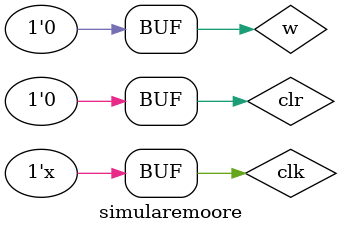
<source format=v>
`timescale 1ns / 1ps


`timescale 1ns / 1ps
//////////////////////////////////////////////////////////////////////////////////
// Company: 
// Engineer: 
// 
// Create Date: 10/17/2022 06:20:54 PM
// Design Name: 
// Module Name: simulare
// Project Name: 
// Target Devices: 
// Tool Versions: 
// Description: 
// 
// Dependencies: 
// 
// Revision:
// Revision 0.01 - File Created
// Additional Comments:
// 
//////////////////////////////////////////////////////////////////////////////////


module simularemoore();
    reg clk, clr, w;
    wire z;
    wire [2:0] statemoore;
    wire [3:0] contor;
    moorefsm MooreFSM(clk, clr, statemoore, w, z, contor);
    initial begin
        w = 0;
        clk = 0;
        clr = 1;
    #15 clr = 0;
    #30 w = 0;    
    #30 w = 1;
    #30 w = 1;
    #30 w = 0;
    #30 w = 1;
    #30 w = 0;
    #30 w = 1;
    #30 w = 0;
    #30 w = 0;
    #30 w = 1;
    #30 w = 0;
    #30 w = 1;
    #30 w = 1;
    #30 w = 1;
    #30 w = 0;
    #30 w = 0;
    end
    always
    #15
       clk = !clk;
endmodule

</source>
